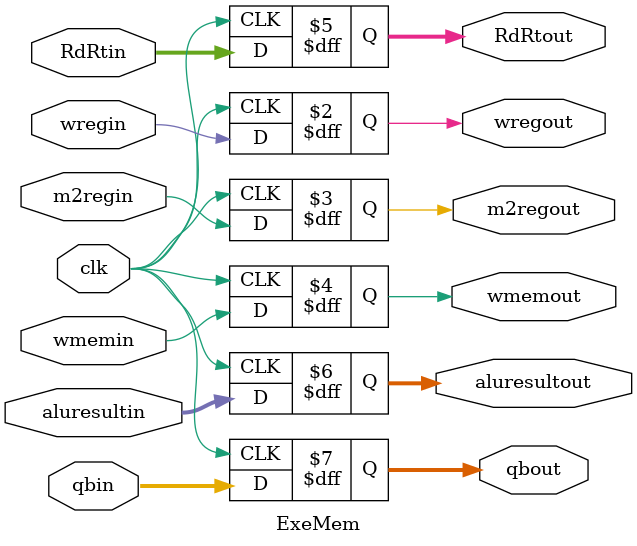
<source format=v>
module ExeMem(
    input clk, wregin, m2regin, wmemin,
	input [4:0] RdRtin,
	input [31:0] qbin, aluresultin,
	output reg wregout, m2regout, wmemout,
	output reg [4:0] RdRtout,
	output reg [31:0] aluresultout, qbout
    );
    
    always @ (posedge clk) 
    begin
        wregout = wregin;
        m2regout = m2regin;
        wmemout = wmemin;
        RdRtout = RdRtin;
        aluresultout = aluresultin;
        qbout = qbin;
    end
    
endmodule

</source>
